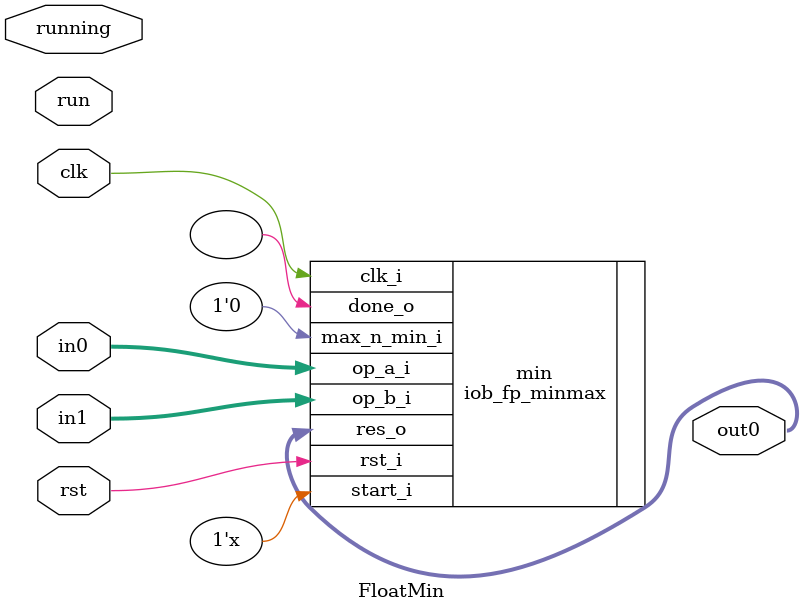
<source format=v>
`timescale 1ns / 1ps

module FloatMin #(
   parameter DATA_W = 32
) (
   //control
   input clk,
   input rst,

   input running,
   input run,

   //input / output data
   input [DATA_W-1:0] in0,
   input [DATA_W-1:0] in1,

   (* versat_latency = 1 *) output [DATA_W-1:0] out0
);

   iob_fp_minmax min (
      .start_i(1'bx),
      .done_o (),

      .op_a_i(in0),
      .op_b_i(in1),

      .res_o(out0),

      .max_n_min_i(1'b0),

      .clk_i(clk),
      .rst_i(rst)
   );

endmodule

</source>
